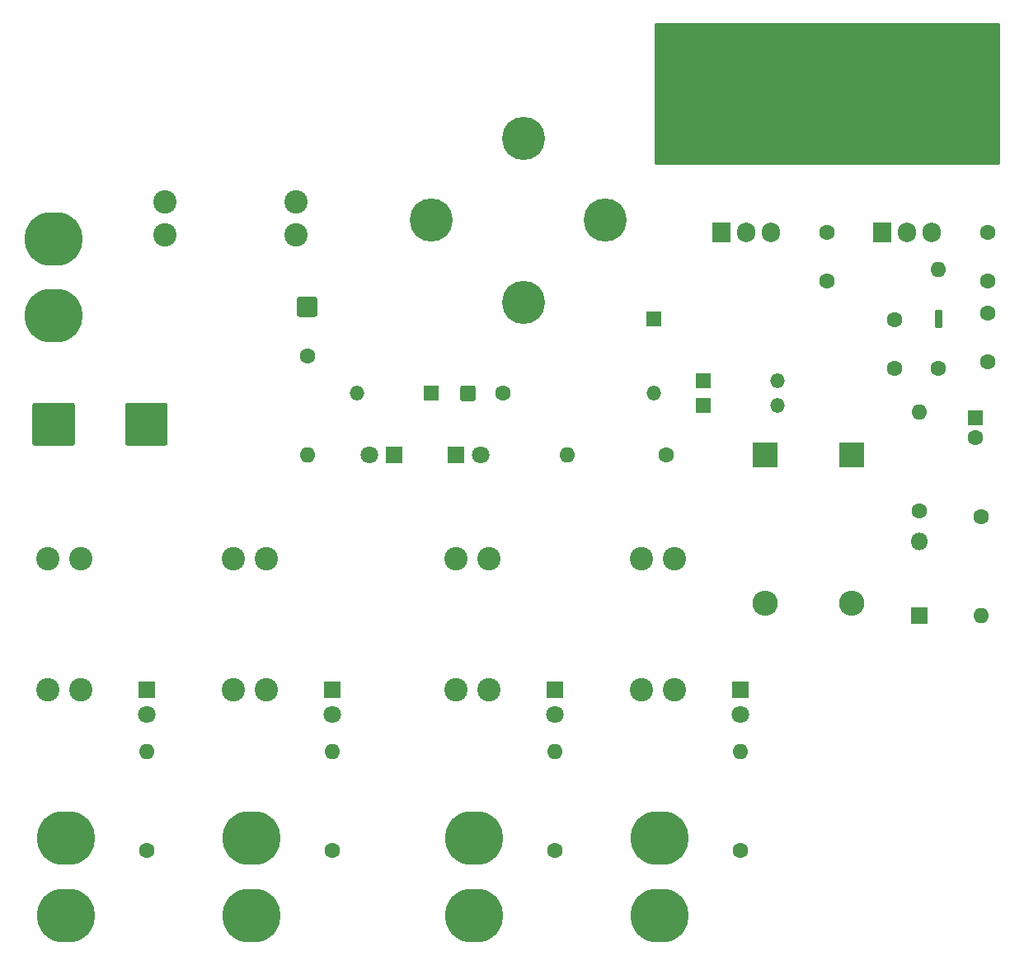
<source format=gbr>
%TF.GenerationSoftware,KiCad,Pcbnew,(5.1.9)-1*%
%TF.CreationDate,2021-04-19T13:23:52+01:00*%
%TF.ProjectId,PowerPole,506f7765-7250-46f6-9c65-2e6b69636164,rev?*%
%TF.SameCoordinates,Original*%
%TF.FileFunction,Soldermask,Top*%
%TF.FilePolarity,Negative*%
%FSLAX46Y46*%
G04 Gerber Fmt 4.6, Leading zero omitted, Abs format (unit mm)*
G04 Created by KiCad (PCBNEW (5.1.9)-1) date 2021-04-19 13:23:52*
%MOMM*%
%LPD*%
G01*
G04 APERTURE LIST*
%ADD10C,4.428000*%
%ADD11C,2.400000*%
%ADD12O,1.600000X1.600000*%
%ADD13C,1.600000*%
%ADD14O,6.000000X5.500000*%
%ADD15O,1.905000X2.000000*%
%ADD16R,1.905000X2.000000*%
%ADD17O,3.500000X3.500000*%
%ADD18C,1.800000*%
%ADD19R,1.800000X1.800000*%
%ADD20O,1.500000X1.500000*%
%ADD21R,1.500000X1.500000*%
%ADD22O,2.600000X2.600000*%
%ADD23R,2.600000X2.600000*%
%ADD24O,1.800000X1.800000*%
%ADD25R,1.600000X1.600000*%
%ADD26C,0.254000*%
%ADD27C,0.100000*%
G04 APERTURE END LIST*
D10*
%TO.C,K1*%
X155060000Y-36830000D03*
X146660000Y-45230000D03*
X146660000Y-28430000D03*
X137160000Y-36830000D03*
%TD*%
D11*
%TO.C,F5*%
X158750000Y-71620000D03*
X162150000Y-71620000D03*
X162150000Y-85090000D03*
X158750000Y-85090000D03*
%TD*%
%TO.C,F4*%
X139700000Y-71620000D03*
X143100000Y-71620000D03*
X143100000Y-85090000D03*
X139700000Y-85090000D03*
%TD*%
%TO.C,F3*%
X116840000Y-71620000D03*
X120240000Y-71620000D03*
X120240000Y-85090000D03*
X116840000Y-85090000D03*
%TD*%
%TO.C,F2*%
X97790000Y-71620000D03*
X101190000Y-71620000D03*
X101190000Y-85090000D03*
X97790000Y-85090000D03*
%TD*%
%TO.C,F1*%
X123325000Y-34925000D03*
X123325000Y-38325000D03*
X109855000Y-38325000D03*
X109855000Y-34925000D03*
%TD*%
D12*
%TO.C,R8*%
X124460000Y-60960000D03*
D13*
X124460000Y-50800000D03*
%TD*%
%TO.C,J8*%
G36*
G01*
X105750000Y-59734200D02*
X105750000Y-55835800D01*
G75*
G02*
X106000800Y-55585000I250800J0D01*
G01*
X109899200Y-55585000D01*
G75*
G02*
X110150000Y-55835800I0J-250800D01*
G01*
X110150000Y-59734200D01*
G75*
G02*
X109899200Y-59985000I-250800J0D01*
G01*
X106000800Y-59985000D01*
G75*
G02*
X105750000Y-59734200I0J250800D01*
G01*
G37*
%TD*%
%TO.C,J7*%
G36*
G01*
X96225000Y-59734200D02*
X96225000Y-55835800D01*
G75*
G02*
X96475800Y-55585000I250800J0D01*
G01*
X100374200Y-55585000D01*
G75*
G02*
X100625000Y-55835800I0J-250800D01*
G01*
X100625000Y-59734200D01*
G75*
G02*
X100374200Y-59985000I-250800J0D01*
G01*
X96475800Y-59985000D01*
G75*
G02*
X96225000Y-59734200I0J250800D01*
G01*
G37*
%TD*%
%TO.C,J6*%
G36*
G01*
X123410000Y-46520001D02*
X123410000Y-44919999D01*
G75*
G02*
X123659999Y-44670000I249999J0D01*
G01*
X125260001Y-44670000D01*
G75*
G02*
X125510000Y-44919999I0J-249999D01*
G01*
X125510000Y-46520001D01*
G75*
G02*
X125260001Y-46770000I-249999J0D01*
G01*
X123659999Y-46770000D01*
G75*
G02*
X123410000Y-46520001I0J249999D01*
G01*
G37*
%TD*%
D14*
%TO.C,J5*%
X99695000Y-108230000D03*
X99695000Y-100330000D03*
%TD*%
%TO.C,J4*%
X118745000Y-108230000D03*
X118745000Y-100330000D03*
%TD*%
%TO.C,J3*%
X141605000Y-108230000D03*
X141605000Y-100330000D03*
%TD*%
%TO.C,J2*%
X160655000Y-108230000D03*
X160655000Y-100330000D03*
%TD*%
%TO.C,J1*%
X98425000Y-46635000D03*
X98425000Y-38735000D03*
%TD*%
D13*
%TO.C,C5*%
X177800000Y-43100000D03*
X177800000Y-38100000D03*
%TD*%
D15*
%TO.C,D1*%
X172085000Y-38100000D03*
X169545000Y-38100000D03*
D16*
X167005000Y-38100000D03*
D17*
X169545000Y-21440000D03*
%TD*%
D13*
%TO.C,SW1*%
X144570000Y-54610000D03*
G36*
G01*
X140170000Y-55160000D02*
X140170000Y-54060000D01*
G75*
G02*
X140420000Y-53810000I250000J0D01*
G01*
X141520000Y-53810000D01*
G75*
G02*
X141770000Y-54060000I0J-250000D01*
G01*
X141770000Y-55160000D01*
G75*
G02*
X141520000Y-55410000I-250000J0D01*
G01*
X140420000Y-55410000D01*
G75*
G02*
X140170000Y-55160000I0J250000D01*
G01*
G37*
%TD*%
D12*
%TO.C,R9*%
X189230000Y-41910000D03*
D13*
X189230000Y-52070000D03*
%TD*%
D12*
%TO.C,R7*%
X107950000Y-91440000D03*
D13*
X107950000Y-101600000D03*
%TD*%
D12*
%TO.C,R6*%
X127000000Y-91440000D03*
D13*
X127000000Y-101600000D03*
%TD*%
D12*
%TO.C,R5*%
X149860000Y-91440000D03*
D13*
X149860000Y-101600000D03*
%TD*%
D12*
%TO.C,R4*%
X168910000Y-91440000D03*
D13*
X168910000Y-101600000D03*
%TD*%
D12*
%TO.C,R3*%
X151130000Y-60960000D03*
D13*
X161290000Y-60960000D03*
%TD*%
D12*
%TO.C,R2*%
X187325000Y-56515000D03*
D13*
X187325000Y-66675000D03*
%TD*%
D12*
%TO.C,R1*%
X193675000Y-77470000D03*
D13*
X193675000Y-67310000D03*
%TD*%
D18*
%TO.C,D15*%
X130810000Y-60960000D03*
D19*
X133350000Y-60960000D03*
%TD*%
D20*
%TO.C,D14*%
X129540000Y-54610000D03*
D21*
X137160000Y-54610000D03*
%TD*%
D20*
%TO.C,D13*%
X172720000Y-53340000D03*
D21*
X165100000Y-53340000D03*
%TD*%
D20*
%TO.C,D12*%
X172720000Y-55880000D03*
D21*
X165100000Y-55880000D03*
%TD*%
D20*
%TO.C,D11*%
X160020000Y-54610000D03*
D21*
X160020000Y-46990000D03*
%TD*%
D18*
%TO.C,D10*%
X107950000Y-87630000D03*
D19*
X107950000Y-85090000D03*
%TD*%
D18*
%TO.C,D9*%
X127000000Y-87630000D03*
D19*
X127000000Y-85090000D03*
%TD*%
D18*
%TO.C,D8*%
X149860000Y-87630000D03*
D19*
X149860000Y-85090000D03*
%TD*%
D18*
%TO.C,D7*%
X168910000Y-87630000D03*
D19*
X168910000Y-85090000D03*
%TD*%
D18*
%TO.C,D6*%
X142240000Y-60960000D03*
D19*
X139700000Y-60960000D03*
%TD*%
D22*
%TO.C,D5*%
X180340000Y-76200000D03*
D23*
X180340000Y-60960000D03*
%TD*%
D22*
%TO.C,D4*%
X171450000Y-76200000D03*
D23*
X171450000Y-60960000D03*
%TD*%
D24*
%TO.C,D3*%
X187325000Y-69850000D03*
D19*
X187325000Y-77470000D03*
%TD*%
D15*
%TO.C,D2*%
X188595000Y-38100000D03*
X186055000Y-38100000D03*
D16*
X183515000Y-38100000D03*
D17*
X186055000Y-21440000D03*
%TD*%
D13*
%TO.C,C4*%
X184785000Y-47070000D03*
X184785000Y-52070000D03*
%TD*%
%TO.C,C3*%
X194310000Y-51355000D03*
X194310000Y-46355000D03*
%TD*%
%TO.C,C2*%
X194310000Y-43100000D03*
X194310000Y-38100000D03*
%TD*%
%TO.C,C1*%
X193040000Y-59150000D03*
D25*
X193040000Y-57150000D03*
%TD*%
D26*
X195453001Y-30988000D02*
X160245384Y-30988000D01*
X160245383Y-16637000D01*
X195453000Y-16637000D01*
X195453001Y-30988000D01*
D27*
G36*
X195453001Y-30988000D02*
G01*
X160245384Y-30988000D01*
X160245383Y-16637000D01*
X195453000Y-16637000D01*
X195453001Y-30988000D01*
G37*
D26*
X189484000Y-47752000D02*
X188976000Y-47752000D01*
X188976000Y-46101000D01*
X189484000Y-46101000D01*
X189484000Y-47752000D01*
D27*
G36*
X189484000Y-47752000D02*
G01*
X188976000Y-47752000D01*
X188976000Y-46101000D01*
X189484000Y-46101000D01*
X189484000Y-47752000D01*
G37*
M02*

</source>
